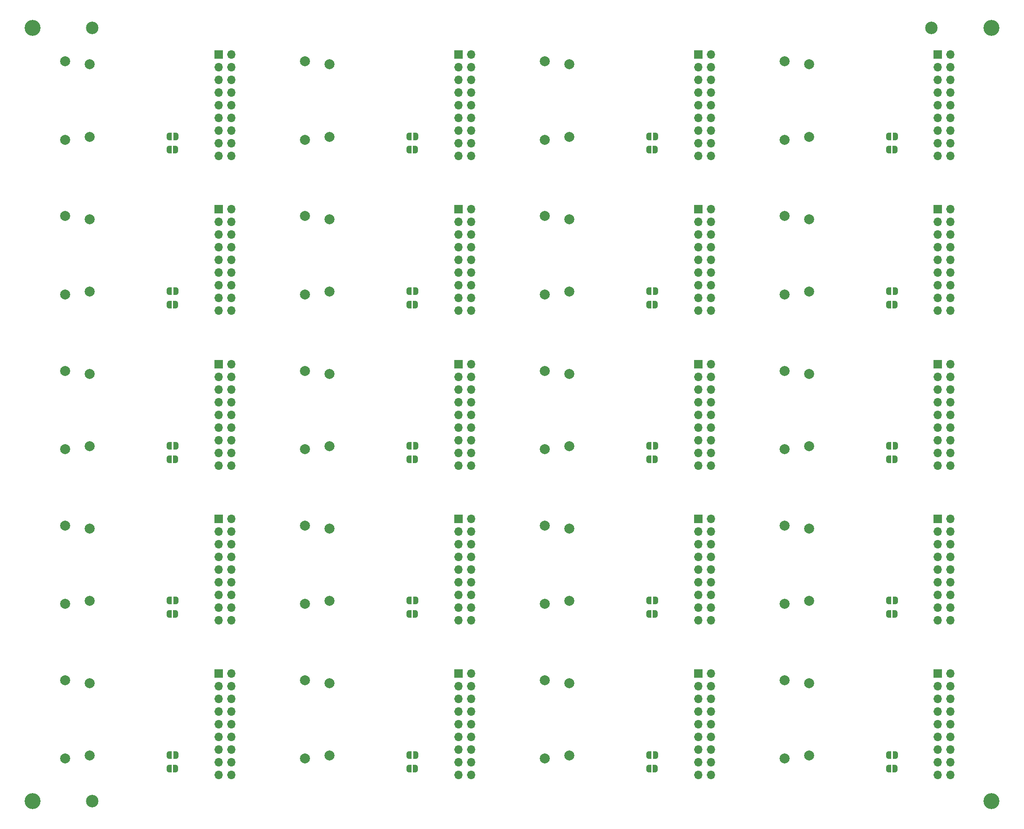
<source format=gbr>
%TF.GenerationSoftware,KiCad,Pcbnew,7.0.6+dfsg-1*%
%TF.CreationDate,2023-08-23T14:28:08+02:00*%
%TF.ProjectId,GPDI_ULX3S_panel,47504449-5f55-44c5-9833-535f70616e65,1.6*%
%TF.SameCoordinates,Original*%
%TF.FileFunction,Soldermask,Bot*%
%TF.FilePolarity,Negative*%
%FSLAX46Y46*%
G04 Gerber Fmt 4.6, Leading zero omitted, Abs format (unit mm)*
G04 Created by KiCad (PCBNEW 7.0.6+dfsg-1) date 2023-08-23 14:28:08*
%MOMM*%
%LPD*%
G01*
G04 APERTURE LIST*
G04 Aperture macros list*
%AMFreePoly0*
4,1,19,0.500000,-0.750000,0.000000,-0.750000,0.000000,-0.744911,-0.071157,-0.744911,-0.207708,-0.704816,-0.327430,-0.627875,-0.420627,-0.520320,-0.479746,-0.390866,-0.500000,-0.250000,-0.500000,0.250000,-0.479746,0.390866,-0.420627,0.520320,-0.327430,0.627875,-0.207708,0.704816,-0.071157,0.744911,0.000000,0.744911,0.000000,0.750000,0.500000,0.750000,0.500000,-0.750000,0.500000,-0.750000,
$1*%
%AMFreePoly1*
4,1,19,0.000000,0.744911,0.071157,0.744911,0.207708,0.704816,0.327430,0.627875,0.420627,0.520320,0.479746,0.390866,0.500000,0.250000,0.500000,-0.250000,0.479746,-0.390866,0.420627,-0.520320,0.327430,-0.627875,0.207708,-0.704816,0.071157,-0.744911,0.000000,-0.744911,0.000000,-0.750000,-0.500000,-0.750000,-0.500000,0.750000,0.000000,0.750000,0.000000,0.744911,0.000000,0.744911,
$1*%
G04 Aperture macros list end*
%ADD10R,1.700000X1.700000*%
%ADD11O,1.700000X1.700000*%
%ADD12C,2.000000*%
%ADD13C,3.200000*%
%ADD14C,2.500000*%
%ADD15FreePoly0,180.000000*%
%ADD16FreePoly1,180.000000*%
%ADD17FreePoly0,0.000000*%
%ADD18FreePoly1,0.000000*%
G04 APERTURE END LIST*
D10*
%TO.C,J2*%
X137766549Y-110385000D03*
D11*
X140306549Y-110385000D03*
X137766549Y-112925000D03*
X140306549Y-112925000D03*
X137766549Y-115465000D03*
X140306549Y-115465000D03*
X137766549Y-118005000D03*
X140306549Y-118005000D03*
X137766549Y-120545000D03*
X140306549Y-120545000D03*
X137766549Y-123085000D03*
X140306549Y-123085000D03*
X137766549Y-125625000D03*
X140306549Y-125625000D03*
X137766549Y-128165000D03*
X140306549Y-128165000D03*
X137766549Y-130705000D03*
X140306549Y-130705000D03*
%TD*%
D12*
%TO.C,P1*%
X107072289Y-49745140D03*
X111972289Y-50345140D03*
X111972289Y-64845140D03*
X107072289Y-65445140D03*
%TD*%
%TO.C,P1*%
X155072191Y-49745140D03*
X159972191Y-50345140D03*
X159972191Y-64845140D03*
X155072191Y-65445140D03*
%TD*%
%TO.C,P1*%
X107072289Y-111745140D03*
X111972289Y-112345140D03*
X111972289Y-126845140D03*
X107072289Y-127445140D03*
%TD*%
%TO.C,P1*%
X107072289Y-80745140D03*
X111972289Y-81345140D03*
X111972289Y-95845140D03*
X107072289Y-96445140D03*
%TD*%
%TO.C,P1*%
X59072387Y-49745140D03*
X63972387Y-50345140D03*
X63972387Y-64845140D03*
X59072387Y-65445140D03*
%TD*%
D10*
%TO.C,J2*%
X233766353Y-172385000D03*
D11*
X236306353Y-172385000D03*
X233766353Y-174925000D03*
X236306353Y-174925000D03*
X233766353Y-177465000D03*
X236306353Y-177465000D03*
X233766353Y-180005000D03*
X236306353Y-180005000D03*
X233766353Y-182545000D03*
X236306353Y-182545000D03*
X233766353Y-185085000D03*
X236306353Y-185085000D03*
X233766353Y-187625000D03*
X236306353Y-187625000D03*
X233766353Y-190165000D03*
X236306353Y-190165000D03*
X233766353Y-192705000D03*
X236306353Y-192705000D03*
%TD*%
D12*
%TO.C,P1*%
X203072093Y-49745140D03*
X207972093Y-50345140D03*
X207972093Y-64845140D03*
X203072093Y-65445140D03*
%TD*%
D13*
%TO.C,KiKit_TO_1*%
X52502647Y-43000000D03*
%TD*%
D10*
%TO.C,J2*%
X137766549Y-141385000D03*
D11*
X140306549Y-141385000D03*
X137766549Y-143925000D03*
X140306549Y-143925000D03*
X137766549Y-146465000D03*
X140306549Y-146465000D03*
X137766549Y-149005000D03*
X140306549Y-149005000D03*
X137766549Y-151545000D03*
X140306549Y-151545000D03*
X137766549Y-154085000D03*
X140306549Y-154085000D03*
X137766549Y-156625000D03*
X140306549Y-156625000D03*
X137766549Y-159165000D03*
X140306549Y-159165000D03*
X137766549Y-161705000D03*
X140306549Y-161705000D03*
%TD*%
D12*
%TO.C,P1*%
X107072289Y-142745140D03*
X111972289Y-143345140D03*
X111972289Y-157845140D03*
X107072289Y-158445140D03*
%TD*%
D13*
%TO.C,KiKit_TO_3*%
X52502647Y-198000000D03*
%TD*%
D10*
%TO.C,J2*%
X89766647Y-172385000D03*
D11*
X92306647Y-172385000D03*
X89766647Y-174925000D03*
X92306647Y-174925000D03*
X89766647Y-177465000D03*
X92306647Y-177465000D03*
X89766647Y-180005000D03*
X92306647Y-180005000D03*
X89766647Y-182545000D03*
X92306647Y-182545000D03*
X89766647Y-185085000D03*
X92306647Y-185085000D03*
X89766647Y-187625000D03*
X92306647Y-187625000D03*
X89766647Y-190165000D03*
X92306647Y-190165000D03*
X89766647Y-192705000D03*
X92306647Y-192705000D03*
%TD*%
D12*
%TO.C,P1*%
X203072093Y-111745140D03*
X207972093Y-112345140D03*
X207972093Y-126845140D03*
X203072093Y-127445140D03*
%TD*%
%TO.C,P1*%
X203072093Y-142745140D03*
X207972093Y-143345140D03*
X207972093Y-157845140D03*
X203072093Y-158445140D03*
%TD*%
%TO.C,P1*%
X155072191Y-80745140D03*
X159972191Y-81345140D03*
X159972191Y-95845140D03*
X155072191Y-96445140D03*
%TD*%
%TO.C,P1*%
X59072387Y-111745140D03*
X63972387Y-112345140D03*
X63972387Y-126845140D03*
X59072387Y-127445140D03*
%TD*%
D10*
%TO.C,J2*%
X185766451Y-79385000D03*
D11*
X188306451Y-79385000D03*
X185766451Y-81925000D03*
X188306451Y-81925000D03*
X185766451Y-84465000D03*
X188306451Y-84465000D03*
X185766451Y-87005000D03*
X188306451Y-87005000D03*
X185766451Y-89545000D03*
X188306451Y-89545000D03*
X185766451Y-92085000D03*
X188306451Y-92085000D03*
X185766451Y-94625000D03*
X188306451Y-94625000D03*
X185766451Y-97165000D03*
X188306451Y-97165000D03*
X185766451Y-99705000D03*
X188306451Y-99705000D03*
%TD*%
D12*
%TO.C,P1*%
X59072387Y-80745140D03*
X63972387Y-81345140D03*
X63972387Y-95845140D03*
X59072387Y-96445140D03*
%TD*%
D10*
%TO.C,J2*%
X137766549Y-79385000D03*
D11*
X140306549Y-79385000D03*
X137766549Y-81925000D03*
X140306549Y-81925000D03*
X137766549Y-84465000D03*
X140306549Y-84465000D03*
X137766549Y-87005000D03*
X140306549Y-87005000D03*
X137766549Y-89545000D03*
X140306549Y-89545000D03*
X137766549Y-92085000D03*
X140306549Y-92085000D03*
X137766549Y-94625000D03*
X140306549Y-94625000D03*
X137766549Y-97165000D03*
X140306549Y-97165000D03*
X137766549Y-99705000D03*
X140306549Y-99705000D03*
%TD*%
D10*
%TO.C,J2*%
X89766647Y-110385000D03*
D11*
X92306647Y-110385000D03*
X89766647Y-112925000D03*
X92306647Y-112925000D03*
X89766647Y-115465000D03*
X92306647Y-115465000D03*
X89766647Y-118005000D03*
X92306647Y-118005000D03*
X89766647Y-120545000D03*
X92306647Y-120545000D03*
X89766647Y-123085000D03*
X92306647Y-123085000D03*
X89766647Y-125625000D03*
X92306647Y-125625000D03*
X89766647Y-128165000D03*
X92306647Y-128165000D03*
X89766647Y-130705000D03*
X92306647Y-130705000D03*
%TD*%
D10*
%TO.C,J2*%
X233766353Y-48385000D03*
D11*
X236306353Y-48385000D03*
X233766353Y-50925000D03*
X236306353Y-50925000D03*
X233766353Y-53465000D03*
X236306353Y-53465000D03*
X233766353Y-56005000D03*
X236306353Y-56005000D03*
X233766353Y-58545000D03*
X236306353Y-58545000D03*
X233766353Y-61085000D03*
X236306353Y-61085000D03*
X233766353Y-63625000D03*
X236306353Y-63625000D03*
X233766353Y-66165000D03*
X236306353Y-66165000D03*
X233766353Y-68705000D03*
X236306353Y-68705000D03*
%TD*%
D10*
%TO.C,J2*%
X89766647Y-48385000D03*
D11*
X92306647Y-48385000D03*
X89766647Y-50925000D03*
X92306647Y-50925000D03*
X89766647Y-53465000D03*
X92306647Y-53465000D03*
X89766647Y-56005000D03*
X92306647Y-56005000D03*
X89766647Y-58545000D03*
X92306647Y-58545000D03*
X89766647Y-61085000D03*
X92306647Y-61085000D03*
X89766647Y-63625000D03*
X92306647Y-63625000D03*
X89766647Y-66165000D03*
X92306647Y-66165000D03*
X89766647Y-68705000D03*
X92306647Y-68705000D03*
%TD*%
D10*
%TO.C,J2*%
X185766451Y-172385000D03*
D11*
X188306451Y-172385000D03*
X185766451Y-174925000D03*
X188306451Y-174925000D03*
X185766451Y-177465000D03*
X188306451Y-177465000D03*
X185766451Y-180005000D03*
X188306451Y-180005000D03*
X185766451Y-182545000D03*
X188306451Y-182545000D03*
X185766451Y-185085000D03*
X188306451Y-185085000D03*
X185766451Y-187625000D03*
X188306451Y-187625000D03*
X185766451Y-190165000D03*
X188306451Y-190165000D03*
X185766451Y-192705000D03*
X188306451Y-192705000D03*
%TD*%
D12*
%TO.C,P1*%
X203072093Y-80745140D03*
X207972093Y-81345140D03*
X207972093Y-95845140D03*
X203072093Y-96445140D03*
%TD*%
D10*
%TO.C,J2*%
X185766451Y-141385000D03*
D11*
X188306451Y-141385000D03*
X185766451Y-143925000D03*
X188306451Y-143925000D03*
X185766451Y-146465000D03*
X188306451Y-146465000D03*
X185766451Y-149005000D03*
X188306451Y-149005000D03*
X185766451Y-151545000D03*
X188306451Y-151545000D03*
X185766451Y-154085000D03*
X188306451Y-154085000D03*
X185766451Y-156625000D03*
X188306451Y-156625000D03*
X185766451Y-159165000D03*
X188306451Y-159165000D03*
X185766451Y-161705000D03*
X188306451Y-161705000D03*
%TD*%
D12*
%TO.C,P1*%
X155072191Y-111745140D03*
X159972191Y-112345140D03*
X159972191Y-126845140D03*
X155072191Y-127445140D03*
%TD*%
%TO.C,P1*%
X107072289Y-173745140D03*
X111972289Y-174345140D03*
X111972289Y-188845140D03*
X107072289Y-189445140D03*
%TD*%
%TO.C,P1*%
X203072093Y-173745140D03*
X207972093Y-174345140D03*
X207972093Y-188845140D03*
X203072093Y-189445140D03*
%TD*%
%TO.C,P1*%
X59072387Y-142745140D03*
X63972387Y-143345140D03*
X63972387Y-157845140D03*
X59072387Y-158445140D03*
%TD*%
D13*
%TO.C,KiKit_TO_2*%
X244497353Y-43000000D03*
%TD*%
D10*
%TO.C,J2*%
X233766353Y-110385000D03*
D11*
X236306353Y-110385000D03*
X233766353Y-112925000D03*
X236306353Y-112925000D03*
X233766353Y-115465000D03*
X236306353Y-115465000D03*
X233766353Y-118005000D03*
X236306353Y-118005000D03*
X233766353Y-120545000D03*
X236306353Y-120545000D03*
X233766353Y-123085000D03*
X236306353Y-123085000D03*
X233766353Y-125625000D03*
X236306353Y-125625000D03*
X233766353Y-128165000D03*
X236306353Y-128165000D03*
X233766353Y-130705000D03*
X236306353Y-130705000D03*
%TD*%
D12*
%TO.C,P1*%
X59072387Y-173745140D03*
X63972387Y-174345140D03*
X63972387Y-188845140D03*
X59072387Y-189445140D03*
%TD*%
D10*
%TO.C,J2*%
X185766451Y-110385000D03*
D11*
X188306451Y-110385000D03*
X185766451Y-112925000D03*
X188306451Y-112925000D03*
X185766451Y-115465000D03*
X188306451Y-115465000D03*
X185766451Y-118005000D03*
X188306451Y-118005000D03*
X185766451Y-120545000D03*
X188306451Y-120545000D03*
X185766451Y-123085000D03*
X188306451Y-123085000D03*
X185766451Y-125625000D03*
X188306451Y-125625000D03*
X185766451Y-128165000D03*
X188306451Y-128165000D03*
X185766451Y-130705000D03*
X188306451Y-130705000D03*
%TD*%
D10*
%TO.C,J2*%
X89766647Y-141385000D03*
D11*
X92306647Y-141385000D03*
X89766647Y-143925000D03*
X92306647Y-143925000D03*
X89766647Y-146465000D03*
X92306647Y-146465000D03*
X89766647Y-149005000D03*
X92306647Y-149005000D03*
X89766647Y-151545000D03*
X92306647Y-151545000D03*
X89766647Y-154085000D03*
X92306647Y-154085000D03*
X89766647Y-156625000D03*
X92306647Y-156625000D03*
X89766647Y-159165000D03*
X92306647Y-159165000D03*
X89766647Y-161705000D03*
X92306647Y-161705000D03*
%TD*%
D10*
%TO.C,J2*%
X233766353Y-141385000D03*
D11*
X236306353Y-141385000D03*
X233766353Y-143925000D03*
X236306353Y-143925000D03*
X233766353Y-146465000D03*
X236306353Y-146465000D03*
X233766353Y-149005000D03*
X236306353Y-149005000D03*
X233766353Y-151545000D03*
X236306353Y-151545000D03*
X233766353Y-154085000D03*
X236306353Y-154085000D03*
X233766353Y-156625000D03*
X236306353Y-156625000D03*
X233766353Y-159165000D03*
X236306353Y-159165000D03*
X233766353Y-161705000D03*
X236306353Y-161705000D03*
%TD*%
D13*
%TO.C,KiKit_TO_4*%
X244497353Y-198000000D03*
%TD*%
D10*
%TO.C,J2*%
X137766549Y-48385000D03*
D11*
X140306549Y-48385000D03*
X137766549Y-50925000D03*
X140306549Y-50925000D03*
X137766549Y-53465000D03*
X140306549Y-53465000D03*
X137766549Y-56005000D03*
X140306549Y-56005000D03*
X137766549Y-58545000D03*
X140306549Y-58545000D03*
X137766549Y-61085000D03*
X140306549Y-61085000D03*
X137766549Y-63625000D03*
X140306549Y-63625000D03*
X137766549Y-66165000D03*
X140306549Y-66165000D03*
X137766549Y-68705000D03*
X140306549Y-68705000D03*
%TD*%
D10*
%TO.C,J2*%
X233766353Y-79385000D03*
D11*
X236306353Y-79385000D03*
X233766353Y-81925000D03*
X236306353Y-81925000D03*
X233766353Y-84465000D03*
X236306353Y-84465000D03*
X233766353Y-87005000D03*
X236306353Y-87005000D03*
X233766353Y-89545000D03*
X236306353Y-89545000D03*
X233766353Y-92085000D03*
X236306353Y-92085000D03*
X233766353Y-94625000D03*
X236306353Y-94625000D03*
X233766353Y-97165000D03*
X236306353Y-97165000D03*
X233766353Y-99705000D03*
X236306353Y-99705000D03*
%TD*%
D12*
%TO.C,P1*%
X155072191Y-142745140D03*
X159972191Y-143345140D03*
X159972191Y-157845140D03*
X155072191Y-158445140D03*
%TD*%
D10*
%TO.C,J2*%
X89766647Y-79385000D03*
D11*
X92306647Y-79385000D03*
X89766647Y-81925000D03*
X92306647Y-81925000D03*
X89766647Y-84465000D03*
X92306647Y-84465000D03*
X89766647Y-87005000D03*
X92306647Y-87005000D03*
X89766647Y-89545000D03*
X92306647Y-89545000D03*
X89766647Y-92085000D03*
X92306647Y-92085000D03*
X89766647Y-94625000D03*
X92306647Y-94625000D03*
X89766647Y-97165000D03*
X92306647Y-97165000D03*
X89766647Y-99705000D03*
X92306647Y-99705000D03*
%TD*%
D10*
%TO.C,J2*%
X185766451Y-48385000D03*
D11*
X188306451Y-48385000D03*
X185766451Y-50925000D03*
X188306451Y-50925000D03*
X185766451Y-53465000D03*
X188306451Y-53465000D03*
X185766451Y-56005000D03*
X188306451Y-56005000D03*
X185766451Y-58545000D03*
X188306451Y-58545000D03*
X185766451Y-61085000D03*
X188306451Y-61085000D03*
X185766451Y-63625000D03*
X188306451Y-63625000D03*
X185766451Y-66165000D03*
X188306451Y-66165000D03*
X185766451Y-68705000D03*
X188306451Y-68705000D03*
%TD*%
D12*
%TO.C,P1*%
X155072191Y-173745140D03*
X159972191Y-174345140D03*
X159972191Y-188845140D03*
X155072191Y-189445140D03*
%TD*%
D10*
%TO.C,J2*%
X137766549Y-172385000D03*
D11*
X140306549Y-172385000D03*
X137766549Y-174925000D03*
X140306549Y-174925000D03*
X137766549Y-177465000D03*
X140306549Y-177465000D03*
X137766549Y-180005000D03*
X140306549Y-180005000D03*
X137766549Y-182545000D03*
X140306549Y-182545000D03*
X137766549Y-185085000D03*
X140306549Y-185085000D03*
X137766549Y-187625000D03*
X140306549Y-187625000D03*
X137766549Y-190165000D03*
X140306549Y-190165000D03*
X137766549Y-192705000D03*
X140306549Y-192705000D03*
%TD*%
D14*
%TO.C,KiKit_FID_B_2*%
X232497353Y-43000000D03*
%TD*%
D15*
%TO.C,JP1*%
X225227353Y-64750000D03*
D16*
X223927353Y-64750000D03*
%TD*%
D17*
%TO.C,JP2*%
X127877549Y-98450000D03*
D18*
X129177549Y-98450000D03*
%TD*%
D17*
%TO.C,JP2*%
X223877353Y-98450000D03*
D18*
X225177353Y-98450000D03*
%TD*%
D17*
%TO.C,JP2*%
X223877353Y-160450000D03*
D18*
X225177353Y-160450000D03*
%TD*%
D15*
%TO.C,JP1*%
X81227647Y-64750000D03*
D16*
X79927647Y-64750000D03*
%TD*%
D17*
%TO.C,JP2*%
X127877549Y-191450000D03*
D18*
X129177549Y-191450000D03*
%TD*%
D17*
%TO.C,JP2*%
X223877353Y-67450000D03*
D18*
X225177353Y-67450000D03*
%TD*%
D15*
%TO.C,JP1*%
X129227549Y-64750000D03*
D16*
X127927549Y-64750000D03*
%TD*%
D17*
%TO.C,JP2*%
X127877549Y-67450000D03*
D18*
X129177549Y-67450000D03*
%TD*%
D14*
%TO.C,KiKit_FID_B_3*%
X64502647Y-198000000D03*
%TD*%
D17*
%TO.C,JP2*%
X127877549Y-129450000D03*
D18*
X129177549Y-129450000D03*
%TD*%
D17*
%TO.C,JP2*%
X127877549Y-160450000D03*
D18*
X129177549Y-160450000D03*
%TD*%
D14*
%TO.C,KiKit_FID_B_1*%
X64502647Y-43000000D03*
%TD*%
D15*
%TO.C,JP1*%
X225227353Y-95750000D03*
D16*
X223927353Y-95750000D03*
%TD*%
D15*
%TO.C,JP1*%
X129227549Y-126750000D03*
D16*
X127927549Y-126750000D03*
%TD*%
D15*
%TO.C,JP1*%
X177227451Y-64750000D03*
D16*
X175927451Y-64750000D03*
%TD*%
D15*
%TO.C,JP1*%
X129227549Y-157750000D03*
D16*
X127927549Y-157750000D03*
%TD*%
D15*
%TO.C,JP1*%
X225227353Y-188750000D03*
D16*
X223927353Y-188750000D03*
%TD*%
D15*
%TO.C,JP1*%
X177227451Y-126750000D03*
D16*
X175927451Y-126750000D03*
%TD*%
D15*
%TO.C,JP1*%
X129227549Y-95750000D03*
D16*
X127927549Y-95750000D03*
%TD*%
D17*
%TO.C,JP2*%
X175877451Y-160450000D03*
D18*
X177177451Y-160450000D03*
%TD*%
D17*
%TO.C,JP2*%
X175877451Y-191450000D03*
D18*
X177177451Y-191450000D03*
%TD*%
D17*
%TO.C,JP2*%
X223877353Y-129450000D03*
D18*
X225177353Y-129450000D03*
%TD*%
D17*
%TO.C,JP2*%
X79877647Y-160450000D03*
D18*
X81177647Y-160450000D03*
%TD*%
D17*
%TO.C,JP2*%
X175877451Y-129450000D03*
D18*
X177177451Y-129450000D03*
%TD*%
D17*
%TO.C,JP2*%
X223877353Y-191450000D03*
D18*
X225177353Y-191450000D03*
%TD*%
D17*
%TO.C,JP2*%
X175877451Y-67450000D03*
D18*
X177177451Y-67450000D03*
%TD*%
D15*
%TO.C,JP1*%
X177227451Y-188750000D03*
D16*
X175927451Y-188750000D03*
%TD*%
D15*
%TO.C,JP1*%
X81227647Y-95750000D03*
D16*
X79927647Y-95750000D03*
%TD*%
D17*
%TO.C,JP2*%
X79877647Y-129450000D03*
D18*
X81177647Y-129450000D03*
%TD*%
D17*
%TO.C,JP2*%
X79877647Y-191450000D03*
D18*
X81177647Y-191450000D03*
%TD*%
D15*
%TO.C,JP1*%
X81227647Y-157750000D03*
D16*
X79927647Y-157750000D03*
%TD*%
D15*
%TO.C,JP1*%
X81227647Y-188750000D03*
D16*
X79927647Y-188750000D03*
%TD*%
D17*
%TO.C,JP2*%
X79877647Y-98450000D03*
D18*
X81177647Y-98450000D03*
%TD*%
D15*
%TO.C,JP1*%
X129227549Y-188750000D03*
D16*
X127927549Y-188750000D03*
%TD*%
D17*
%TO.C,JP2*%
X175877451Y-98450000D03*
D18*
X177177451Y-98450000D03*
%TD*%
D15*
%TO.C,JP1*%
X225227353Y-157750000D03*
D16*
X223927353Y-157750000D03*
%TD*%
D15*
%TO.C,JP1*%
X225227353Y-126750000D03*
D16*
X223927353Y-126750000D03*
%TD*%
D15*
%TO.C,JP1*%
X81227647Y-126750000D03*
D16*
X79927647Y-126750000D03*
%TD*%
D17*
%TO.C,JP2*%
X79877647Y-67450000D03*
D18*
X81177647Y-67450000D03*
%TD*%
D15*
%TO.C,JP1*%
X177227451Y-157750000D03*
D16*
X175927451Y-157750000D03*
%TD*%
D15*
%TO.C,JP1*%
X177227451Y-95750000D03*
D16*
X175927451Y-95750000D03*
%TD*%
M02*

</source>
